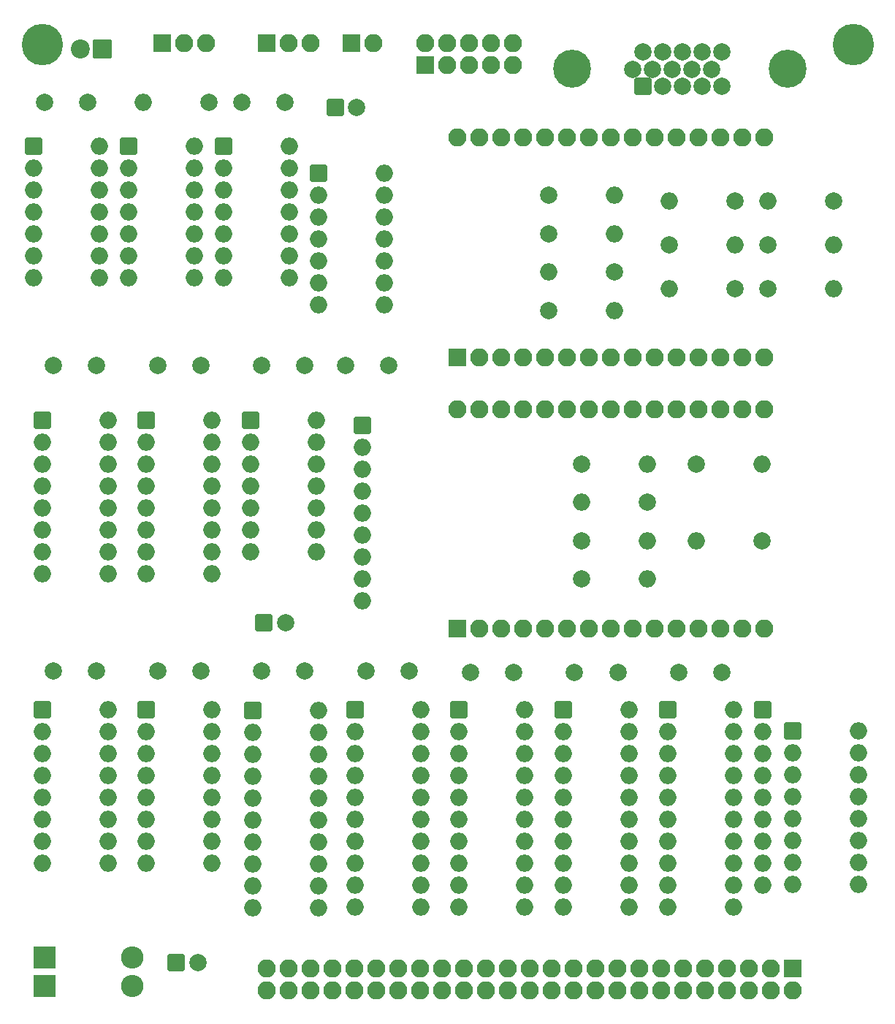
<source format=gbr>
%TF.GenerationSoftware,KiCad,Pcbnew,(6.0.11)*%
%TF.CreationDate,2023-06-19T15:18:32-05:00*%
%TF.ProjectId,Z80ESP,5a383045-5350-42e6-9b69-6361645f7063,V0.6*%
%TF.SameCoordinates,Original*%
%TF.FileFunction,Soldermask,Top*%
%TF.FilePolarity,Negative*%
%FSLAX46Y46*%
G04 Gerber Fmt 4.6, Leading zero omitted, Abs format (unit mm)*
G04 Created by KiCad (PCBNEW (6.0.11)) date 2023-06-19 15:18:32*
%MOMM*%
%LPD*%
G01*
G04 APERTURE LIST*
G04 Aperture macros list*
%AMRoundRect*
0 Rectangle with rounded corners*
0 $1 Rounding radius*
0 $2 $3 $4 $5 $6 $7 $8 $9 X,Y pos of 4 corners*
0 Add a 4 corners polygon primitive as box body*
4,1,4,$2,$3,$4,$5,$6,$7,$8,$9,$2,$3,0*
0 Add four circle primitives for the rounded corners*
1,1,$1+$1,$2,$3*
1,1,$1+$1,$4,$5*
1,1,$1+$1,$6,$7*
1,1,$1+$1,$8,$9*
0 Add four rect primitives between the rounded corners*
20,1,$1+$1,$2,$3,$4,$5,0*
20,1,$1+$1,$4,$5,$6,$7,0*
20,1,$1+$1,$6,$7,$8,$9,0*
20,1,$1+$1,$8,$9,$2,$3,0*%
G04 Aperture macros list end*
%ADD10RoundRect,0.200000X-0.800000X-0.800000X0.800000X-0.800000X0.800000X0.800000X-0.800000X0.800000X0*%
%ADD11O,2.000000X2.000000*%
%ADD12C,2.000000*%
%ADD13RoundRect,0.200000X-0.800000X0.800000X-0.800000X-0.800000X0.800000X-0.800000X0.800000X0.800000X0*%
%ADD14C,4.800000*%
%ADD15RoundRect,0.200000X-0.850000X0.850000X-0.850000X-0.850000X0.850000X-0.850000X0.850000X0.850000X0*%
%ADD16O,2.100000X2.100000*%
%ADD17RoundRect,0.200000X0.900000X0.900000X-0.900000X0.900000X-0.900000X-0.900000X0.900000X-0.900000X0*%
%ADD18C,2.200000*%
%ADD19RoundRect,0.200000X0.850000X-0.850000X0.850000X0.850000X-0.850000X0.850000X-0.850000X-0.850000X0*%
%ADD20C,4.400000*%
%ADD21RoundRect,0.200000X0.800000X0.800000X-0.800000X0.800000X-0.800000X-0.800000X0.800000X-0.800000X0*%
%ADD22RoundRect,0.200000X-1.100000X-1.100000X1.100000X-1.100000X1.100000X1.100000X-1.100000X1.100000X0*%
%ADD23O,2.600000X2.600000*%
G04 APERTURE END LIST*
D10*
%TO.C,SW1*%
X135000000Y-113500000D03*
D11*
X135000000Y-116040000D03*
X135000000Y-118580000D03*
X135000000Y-121120000D03*
X135000000Y-123660000D03*
X135000000Y-126200000D03*
X135000000Y-128740000D03*
X135000000Y-131280000D03*
X142620000Y-131280000D03*
X142620000Y-128740000D03*
X142620000Y-126200000D03*
X142620000Y-123660000D03*
X142620000Y-121120000D03*
X142620000Y-118580000D03*
X142620000Y-116040000D03*
X142620000Y-113500000D03*
%TD*%
D12*
%TO.C,C1*%
X90550000Y-106500000D03*
X85550000Y-106500000D03*
%TD*%
%TO.C,C2*%
X102633300Y-106680000D03*
X97633300Y-106680000D03*
%TD*%
%TO.C,C4*%
X126800000Y-106680000D03*
X121800000Y-106680000D03*
%TD*%
D10*
%TO.C,U2*%
X108416700Y-111000000D03*
D11*
X108416700Y-113540000D03*
X108416700Y-116080000D03*
X108416700Y-118620000D03*
X108416700Y-121160000D03*
X108416700Y-123700000D03*
X108416700Y-126240000D03*
X108416700Y-128780000D03*
X108416700Y-131320000D03*
X108416700Y-133860000D03*
X116036700Y-133860000D03*
X116036700Y-131320000D03*
X116036700Y-128780000D03*
X116036700Y-126240000D03*
X116036700Y-123700000D03*
X116036700Y-121160000D03*
X116036700Y-118620000D03*
X116036700Y-116080000D03*
X116036700Y-113540000D03*
X116036700Y-111000000D03*
%TD*%
D10*
%TO.C,U10*%
X120500000Y-111000000D03*
D11*
X120500000Y-113540000D03*
X120500000Y-116080000D03*
X120500000Y-118620000D03*
X120500000Y-121160000D03*
X120500000Y-123700000D03*
X120500000Y-126240000D03*
X120500000Y-128780000D03*
X120500000Y-131320000D03*
X120500000Y-133860000D03*
X128120000Y-133860000D03*
X128120000Y-131320000D03*
X128120000Y-128780000D03*
X128120000Y-126240000D03*
X128120000Y-123700000D03*
X128120000Y-121160000D03*
X128120000Y-118620000D03*
X128120000Y-116080000D03*
X128120000Y-113540000D03*
X128120000Y-111000000D03*
%TD*%
D13*
%TO.C,RR1*%
X131500000Y-111000000D03*
D11*
X131500000Y-113540000D03*
X131500000Y-116080000D03*
X131500000Y-118620000D03*
X131500000Y-121160000D03*
X131500000Y-123700000D03*
X131500000Y-126240000D03*
X131500000Y-128780000D03*
X131500000Y-131320000D03*
%TD*%
D10*
%TO.C,U6*%
X58006700Y-45715000D03*
D11*
X58006700Y-48255000D03*
X58006700Y-50795000D03*
X58006700Y-53335000D03*
X58006700Y-55875000D03*
X58006700Y-58415000D03*
X58006700Y-60955000D03*
X65626700Y-60955000D03*
X65626700Y-58415000D03*
X65626700Y-55875000D03*
X65626700Y-53335000D03*
X65626700Y-50795000D03*
X65626700Y-48255000D03*
X65626700Y-45715000D03*
%TD*%
D12*
%TO.C,C7*%
X78466700Y-106500000D03*
X73466700Y-106500000D03*
%TD*%
D10*
%TO.C,U3*%
X96333300Y-111000000D03*
D11*
X96333300Y-113540000D03*
X96333300Y-116080000D03*
X96333300Y-118620000D03*
X96333300Y-121160000D03*
X96333300Y-123700000D03*
X96333300Y-126240000D03*
X96333300Y-128780000D03*
X96333300Y-131320000D03*
X96333300Y-133860000D03*
X103953300Y-133860000D03*
X103953300Y-131320000D03*
X103953300Y-128780000D03*
X103953300Y-126240000D03*
X103953300Y-123700000D03*
X103953300Y-121160000D03*
X103953300Y-118620000D03*
X103953300Y-116080000D03*
X103953300Y-113540000D03*
X103953300Y-111000000D03*
%TD*%
D12*
%TO.C,C3*%
X114716700Y-106680000D03*
X109716700Y-106680000D03*
%TD*%
%TO.C,C5*%
X54300000Y-71120000D03*
X49300000Y-71120000D03*
%TD*%
D10*
%TO.C,U4*%
X84250000Y-111000000D03*
D11*
X84250000Y-113540000D03*
X84250000Y-116080000D03*
X84250000Y-118620000D03*
X84250000Y-121160000D03*
X84250000Y-123700000D03*
X84250000Y-126240000D03*
X84250000Y-128780000D03*
X84250000Y-131320000D03*
X84250000Y-133860000D03*
X91870000Y-133860000D03*
X91870000Y-131320000D03*
X91870000Y-128780000D03*
X91870000Y-126240000D03*
X91870000Y-123700000D03*
X91870000Y-121160000D03*
X91870000Y-118620000D03*
X91870000Y-116080000D03*
X91870000Y-113540000D03*
X91870000Y-111000000D03*
%TD*%
D12*
%TO.C,C6*%
X54300000Y-106500000D03*
X49300000Y-106500000D03*
%TD*%
D10*
%TO.C,C11*%
X73724900Y-100965000D03*
D12*
X76224900Y-100965000D03*
%TD*%
%TO.C,C8*%
X76160000Y-40640000D03*
X71160000Y-40640000D03*
%TD*%
D10*
%TO.C,C12*%
X63564900Y-140335000D03*
D12*
X66064900Y-140335000D03*
%TD*%
%TO.C,R2*%
X67310000Y-40640000D03*
D11*
X59690000Y-40640000D03*
%TD*%
D14*
%TO.C,H1*%
X48000000Y-34000000D03*
%TD*%
%TO.C,H2*%
X142000000Y-34000000D03*
%TD*%
D15*
%TO.C,P2*%
X135000000Y-141000000D03*
D16*
X135000000Y-143540000D03*
X132460000Y-141000000D03*
X132460000Y-143540000D03*
X129920000Y-141000000D03*
X129920000Y-143540000D03*
X127380000Y-141000000D03*
X127380000Y-143540000D03*
X124840000Y-141000000D03*
X124840000Y-143540000D03*
X122300000Y-141000000D03*
X122300000Y-143540000D03*
X119760000Y-141000000D03*
X119760000Y-143540000D03*
X117220000Y-141000000D03*
X117220000Y-143540000D03*
X114680000Y-141000000D03*
X114680000Y-143540000D03*
X112140000Y-141000000D03*
X112140000Y-143540000D03*
X109600000Y-141000000D03*
X109600000Y-143540000D03*
X107060000Y-141000000D03*
X107060000Y-143540000D03*
X104520000Y-141000000D03*
X104520000Y-143540000D03*
X101980000Y-141000000D03*
X101980000Y-143540000D03*
X99440000Y-141000000D03*
X99440000Y-143540000D03*
X96900000Y-141000000D03*
X96900000Y-143540000D03*
X94360000Y-141000000D03*
X94360000Y-143540000D03*
X91820000Y-141000000D03*
X91820000Y-143540000D03*
X89280000Y-141000000D03*
X89280000Y-143540000D03*
X86740000Y-141000000D03*
X86740000Y-143540000D03*
X84200000Y-141000000D03*
X84200000Y-143540000D03*
X81660000Y-141000000D03*
X81660000Y-143540000D03*
X79120000Y-141000000D03*
X79120000Y-143540000D03*
X76580000Y-141000000D03*
X76580000Y-143540000D03*
X74040000Y-141000000D03*
X74040000Y-143540000D03*
%TD*%
D17*
%TO.C,D2*%
X55000000Y-34510000D03*
D18*
X52460000Y-34510000D03*
%TD*%
D12*
%TO.C,R10*%
X128270000Y-52070000D03*
D11*
X120650000Y-52070000D03*
%TD*%
D10*
%TO.C,U8*%
X48000000Y-111000000D03*
D11*
X48000000Y-113540000D03*
X48000000Y-116080000D03*
X48000000Y-118620000D03*
X48000000Y-121160000D03*
X48000000Y-123700000D03*
X48000000Y-126240000D03*
X48000000Y-128780000D03*
X55620000Y-128780000D03*
X55620000Y-126240000D03*
X55620000Y-123700000D03*
X55620000Y-121160000D03*
X55620000Y-118620000D03*
X55620000Y-116080000D03*
X55620000Y-113540000D03*
X55620000Y-111000000D03*
%TD*%
D19*
%TO.C,U12*%
X96112500Y-70170000D03*
D16*
X98652500Y-70170000D03*
X101192500Y-70170000D03*
X103732500Y-70170000D03*
X106272500Y-70170000D03*
X108812500Y-70170000D03*
X111352500Y-70170000D03*
X113892500Y-70170000D03*
X116432500Y-70170000D03*
X118972500Y-70170000D03*
X121512500Y-70170000D03*
X124052500Y-70170000D03*
X126592500Y-70170000D03*
X129132500Y-70170000D03*
X131672500Y-70170000D03*
X131672500Y-44730000D03*
X129132500Y-44730000D03*
X126592500Y-44730000D03*
X124052500Y-44730000D03*
X121512500Y-44730000D03*
X118972500Y-44730000D03*
X116432500Y-44730000D03*
X113892500Y-44730000D03*
X111352500Y-44730000D03*
X108812500Y-44730000D03*
X106272500Y-44730000D03*
X103732500Y-44730000D03*
X101192500Y-44730000D03*
X98652500Y-44730000D03*
X96112500Y-44730000D03*
%TD*%
D19*
%TO.C,U13*%
X96112500Y-101650000D03*
D16*
X98652500Y-101650000D03*
X101192500Y-101650000D03*
X103732500Y-101650000D03*
X106272500Y-101650000D03*
X108812500Y-101650000D03*
X111352500Y-101650000D03*
X113892500Y-101650000D03*
X116432500Y-101650000D03*
X118972500Y-101650000D03*
X121512500Y-101650000D03*
X124052500Y-101650000D03*
X126592500Y-101650000D03*
X129132500Y-101650000D03*
X131672500Y-101650000D03*
X131672500Y-76210000D03*
X129132500Y-76210000D03*
X126592500Y-76210000D03*
X124052500Y-76210000D03*
X121512500Y-76210000D03*
X118972500Y-76210000D03*
X116432500Y-76210000D03*
X113892500Y-76210000D03*
X111352500Y-76210000D03*
X108812500Y-76210000D03*
X106272500Y-76210000D03*
X103732500Y-76210000D03*
X101192500Y-76210000D03*
X98652500Y-76210000D03*
X96112500Y-76210000D03*
%TD*%
D10*
%TO.C,U7*%
X60083300Y-111000000D03*
D11*
X60083300Y-113540000D03*
X60083300Y-116080000D03*
X60083300Y-118620000D03*
X60083300Y-121160000D03*
X60083300Y-123700000D03*
X60083300Y-126240000D03*
X60083300Y-128780000D03*
X67703300Y-128780000D03*
X67703300Y-126240000D03*
X67703300Y-123700000D03*
X67703300Y-121160000D03*
X67703300Y-118620000D03*
X67703300Y-116080000D03*
X67703300Y-113540000D03*
X67703300Y-111000000D03*
%TD*%
D12*
%TO.C,C10*%
X73466700Y-71120000D03*
X78466700Y-71120000D03*
%TD*%
%TO.C,R7*%
X132138800Y-62230000D03*
D11*
X139758800Y-62230000D03*
%TD*%
D12*
%TO.C,C9*%
X66383300Y-106500000D03*
X61383300Y-106500000D03*
%TD*%
D10*
%TO.C,U5*%
X47000000Y-45715000D03*
D11*
X47000000Y-48255000D03*
X47000000Y-50795000D03*
X47000000Y-53335000D03*
X47000000Y-55875000D03*
X47000000Y-58415000D03*
X47000000Y-60955000D03*
X54620000Y-60955000D03*
X54620000Y-58415000D03*
X54620000Y-55875000D03*
X54620000Y-53335000D03*
X54620000Y-50795000D03*
X54620000Y-48255000D03*
X54620000Y-45715000D03*
%TD*%
D12*
%TO.C,R11*%
X139758800Y-52070000D03*
D11*
X132138800Y-52070000D03*
%TD*%
D12*
%TO.C,R12*%
X128328800Y-62230000D03*
D11*
X120708800Y-62230000D03*
%TD*%
D12*
%TO.C,R8*%
X120708800Y-57150000D03*
D11*
X128328800Y-57150000D03*
%TD*%
D12*
%TO.C,R9*%
X132138800Y-57150000D03*
D11*
X139758800Y-57150000D03*
%TD*%
D13*
%TO.C,RR2*%
X85090000Y-78090000D03*
D11*
X85090000Y-80630000D03*
X85090000Y-83170000D03*
X85090000Y-85710000D03*
X85090000Y-88250000D03*
X85090000Y-90790000D03*
X85090000Y-93330000D03*
X85090000Y-95870000D03*
X85090000Y-98410000D03*
%TD*%
D19*
%TO.C,J7*%
X92445000Y-36347100D03*
D16*
X92445000Y-33807100D03*
X94985000Y-36347100D03*
X94985000Y-33807100D03*
X97525000Y-36347100D03*
X97525000Y-33807100D03*
X100065000Y-36347100D03*
X100065000Y-33807100D03*
X102605000Y-36347100D03*
X102605000Y-33807100D03*
%TD*%
D12*
%TO.C,R15*%
X123825000Y-82550000D03*
D11*
X131445000Y-82550000D03*
%TD*%
D10*
%TO.C,C16*%
X81979900Y-41275000D03*
D12*
X84479900Y-41275000D03*
%TD*%
%TO.C,R17*%
X114300000Y-60325000D03*
D11*
X106680000Y-60325000D03*
%TD*%
D12*
%TO.C,R14*%
X106680000Y-55880000D03*
D11*
X114300000Y-55880000D03*
%TD*%
D12*
%TO.C,C13*%
X48260000Y-40640000D03*
X53260000Y-40640000D03*
%TD*%
%TO.C,R13*%
X106680000Y-51435000D03*
D11*
X114300000Y-51435000D03*
%TD*%
D12*
%TO.C,R6*%
X110490000Y-82550000D03*
D11*
X118110000Y-82550000D03*
%TD*%
D10*
%TO.C,U11*%
X60083300Y-77485000D03*
D11*
X60083300Y-80025000D03*
X60083300Y-82565000D03*
X60083300Y-85105000D03*
X60083300Y-87645000D03*
X60083300Y-90185000D03*
X60083300Y-92725000D03*
X60083300Y-95265000D03*
X67703300Y-95265000D03*
X67703300Y-92725000D03*
X67703300Y-90185000D03*
X67703300Y-87645000D03*
X67703300Y-85105000D03*
X67703300Y-82565000D03*
X67703300Y-80025000D03*
X67703300Y-77485000D03*
%TD*%
D19*
%TO.C,J3*%
X83815000Y-33797100D03*
D16*
X86355000Y-33797100D03*
%TD*%
D10*
%TO.C,U14*%
X69013300Y-45715000D03*
D11*
X69013300Y-48255000D03*
X69013300Y-50795000D03*
X69013300Y-53335000D03*
X69013300Y-55875000D03*
X69013300Y-58415000D03*
X69013300Y-60955000D03*
X76633300Y-60955000D03*
X76633300Y-58415000D03*
X76633300Y-55875000D03*
X76633300Y-53335000D03*
X76633300Y-50795000D03*
X76633300Y-48255000D03*
X76633300Y-45715000D03*
%TD*%
D20*
%TO.C,J6*%
X134435000Y-36737400D03*
X109435000Y-36737400D03*
D21*
X117620000Y-38787400D03*
D12*
X119910000Y-38787400D03*
X122200000Y-38787400D03*
X124490000Y-38787400D03*
X126780000Y-38787400D03*
X116475000Y-36807400D03*
X118765000Y-36807400D03*
X121055000Y-36807400D03*
X123345000Y-36807400D03*
X125635000Y-36807400D03*
X117620000Y-34827400D03*
X119910000Y-34827400D03*
X122200000Y-34827400D03*
X124490000Y-34827400D03*
X126780000Y-34827400D03*
%TD*%
%TO.C,R4*%
X110490000Y-91440000D03*
D11*
X118110000Y-91440000D03*
%TD*%
D10*
%TO.C,U15*%
X72400000Y-111130000D03*
D11*
X72400000Y-113670000D03*
X72400000Y-116210000D03*
X72400000Y-118750000D03*
X72400000Y-121290000D03*
X72400000Y-123830000D03*
X72400000Y-126370000D03*
X72400000Y-128910000D03*
X72400000Y-131450000D03*
X72400000Y-133990000D03*
X80020000Y-133990000D03*
X80020000Y-131450000D03*
X80020000Y-128910000D03*
X80020000Y-126370000D03*
X80020000Y-123830000D03*
X80020000Y-121290000D03*
X80020000Y-118750000D03*
X80020000Y-116210000D03*
X80020000Y-113670000D03*
X80020000Y-111130000D03*
%TD*%
D12*
%TO.C,C14*%
X61383300Y-71120000D03*
X66383300Y-71120000D03*
%TD*%
D22*
%TO.C,D6*%
X48260000Y-143000000D03*
D23*
X58420000Y-143000000D03*
%TD*%
D10*
%TO.C,U1*%
X72166700Y-77485000D03*
D11*
X72166700Y-80025000D03*
X72166700Y-82565000D03*
X72166700Y-85105000D03*
X72166700Y-87645000D03*
X72166700Y-90185000D03*
X72166700Y-92725000D03*
X79786700Y-92725000D03*
X79786700Y-90185000D03*
X79786700Y-87645000D03*
X79786700Y-85105000D03*
X79786700Y-82565000D03*
X79786700Y-80025000D03*
X79786700Y-77485000D03*
%TD*%
D19*
%TO.C,J5*%
X61960000Y-33797100D03*
D16*
X64500000Y-33797100D03*
X67040000Y-33797100D03*
%TD*%
D12*
%TO.C,C15*%
X83185000Y-71120000D03*
X88185000Y-71120000D03*
%TD*%
%TO.C,R16*%
X106680000Y-64770000D03*
D11*
X114300000Y-64770000D03*
%TD*%
D12*
%TO.C,R3*%
X110490000Y-95885000D03*
D11*
X118110000Y-95885000D03*
%TD*%
D12*
%TO.C,R1*%
X131445000Y-91440000D03*
D11*
X123825000Y-91440000D03*
%TD*%
D19*
%TO.C,J4*%
X74055000Y-33797100D03*
D16*
X76595000Y-33797100D03*
X79135000Y-33797100D03*
%TD*%
D10*
%TO.C,U16*%
X80020000Y-48890000D03*
D11*
X80020000Y-51430000D03*
X80020000Y-53970000D03*
X80020000Y-56510000D03*
X80020000Y-59050000D03*
X80020000Y-61590000D03*
X80020000Y-64130000D03*
X87640000Y-64130000D03*
X87640000Y-61590000D03*
X87640000Y-59050000D03*
X87640000Y-56510000D03*
X87640000Y-53970000D03*
X87640000Y-51430000D03*
X87640000Y-48890000D03*
%TD*%
D10*
%TO.C,U9*%
X48000000Y-77485000D03*
D11*
X48000000Y-80025000D03*
X48000000Y-82565000D03*
X48000000Y-85105000D03*
X48000000Y-87645000D03*
X48000000Y-90185000D03*
X48000000Y-92725000D03*
X48000000Y-95265000D03*
X55620000Y-95265000D03*
X55620000Y-92725000D03*
X55620000Y-90185000D03*
X55620000Y-87645000D03*
X55620000Y-85105000D03*
X55620000Y-82565000D03*
X55620000Y-80025000D03*
X55620000Y-77485000D03*
%TD*%
D12*
%TO.C,R5*%
X118110000Y-86995000D03*
D11*
X110490000Y-86995000D03*
%TD*%
D22*
%TO.C,D3*%
X48260000Y-139700000D03*
D23*
X58420000Y-139700000D03*
%TD*%
M02*

</source>
